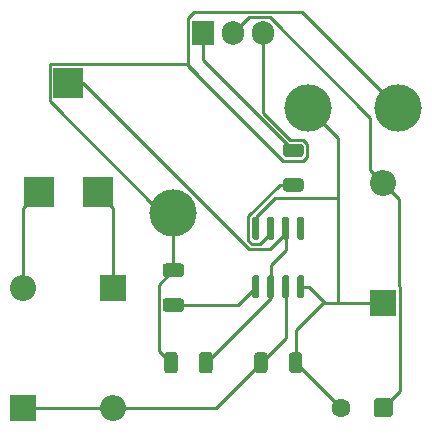
<source format=gbr>
%TF.GenerationSoftware,KiCad,Pcbnew,(5.1.9)-1*%
%TF.CreationDate,2021-03-24T11:57:42+05:30*%
%TF.ProjectId,dcmo,64636d6f-2e6b-4696-9361-645f70636258,rev?*%
%TF.SameCoordinates,Original*%
%TF.FileFunction,Copper,L1,Top*%
%TF.FilePolarity,Positive*%
%FSLAX46Y46*%
G04 Gerber Fmt 4.6, Leading zero omitted, Abs format (unit mm)*
G04 Created by KiCad (PCBNEW (5.1.9)-1) date 2021-03-24 11:57:42*
%MOMM*%
%LPD*%
G01*
G04 APERTURE LIST*
%TA.AperFunction,SMDPad,CuDef*%
%ADD10C,4.000000*%
%TD*%
%TA.AperFunction,SMDPad,CuDef*%
%ADD11R,2.500000X2.500000*%
%TD*%
%TA.AperFunction,ComponentPad*%
%ADD12O,1.905000X2.000000*%
%TD*%
%TA.AperFunction,ComponentPad*%
%ADD13R,1.905000X2.000000*%
%TD*%
%TA.AperFunction,ComponentPad*%
%ADD14C,1.600000*%
%TD*%
%TA.AperFunction,ComponentPad*%
%ADD15O,2.200000X2.200000*%
%TD*%
%TA.AperFunction,ComponentPad*%
%ADD16R,2.200000X2.200000*%
%TD*%
%TA.AperFunction,Conductor*%
%ADD17C,0.250000*%
%TD*%
G04 APERTURE END LIST*
%TO.P,U1,1*%
%TO.N,Net-(U1-Pad1)*%
%TA.AperFunction,SMDPad,CuDef*%
G36*
G01*
X143995000Y-95610000D02*
X144295000Y-95610000D01*
G75*
G02*
X144445000Y-95760000I0J-150000D01*
G01*
X144445000Y-97410000D01*
G75*
G02*
X144295000Y-97560000I-150000J0D01*
G01*
X143995000Y-97560000D01*
G75*
G02*
X143845000Y-97410000I0J150000D01*
G01*
X143845000Y-95760000D01*
G75*
G02*
X143995000Y-95610000I150000J0D01*
G01*
G37*
%TD.AperFunction*%
%TO.P,U1,2*%
%TO.N,/TRTHR*%
%TA.AperFunction,SMDPad,CuDef*%
G36*
G01*
X142725000Y-95610000D02*
X143025000Y-95610000D01*
G75*
G02*
X143175000Y-95760000I0J-150000D01*
G01*
X143175000Y-97410000D01*
G75*
G02*
X143025000Y-97560000I-150000J0D01*
G01*
X142725000Y-97560000D01*
G75*
G02*
X142575000Y-97410000I0J150000D01*
G01*
X142575000Y-95760000D01*
G75*
G02*
X142725000Y-95610000I150000J0D01*
G01*
G37*
%TD.AperFunction*%
%TO.P,U1,3*%
%TO.N,Net-(R2-Pad2)*%
%TA.AperFunction,SMDPad,CuDef*%
G36*
G01*
X141455000Y-95610000D02*
X141755000Y-95610000D01*
G75*
G02*
X141905000Y-95760000I0J-150000D01*
G01*
X141905000Y-97410000D01*
G75*
G02*
X141755000Y-97560000I-150000J0D01*
G01*
X141455000Y-97560000D01*
G75*
G02*
X141305000Y-97410000I0J150000D01*
G01*
X141305000Y-95760000D01*
G75*
G02*
X141455000Y-95610000I150000J0D01*
G01*
G37*
%TD.AperFunction*%
%TO.P,U1,4*%
%TO.N,/R*%
%TA.AperFunction,SMDPad,CuDef*%
G36*
G01*
X140185000Y-95610000D02*
X140485000Y-95610000D01*
G75*
G02*
X140635000Y-95760000I0J-150000D01*
G01*
X140635000Y-97410000D01*
G75*
G02*
X140485000Y-97560000I-150000J0D01*
G01*
X140185000Y-97560000D01*
G75*
G02*
X140035000Y-97410000I0J150000D01*
G01*
X140035000Y-95760000D01*
G75*
G02*
X140185000Y-95610000I150000J0D01*
G01*
G37*
%TD.AperFunction*%
%TO.P,U1,5*%
%TO.N,Net-(C2-Pad1)*%
%TA.AperFunction,SMDPad,CuDef*%
G36*
G01*
X140185000Y-100560000D02*
X140485000Y-100560000D01*
G75*
G02*
X140635000Y-100710000I0J-150000D01*
G01*
X140635000Y-102360000D01*
G75*
G02*
X140485000Y-102510000I-150000J0D01*
G01*
X140185000Y-102510000D01*
G75*
G02*
X140035000Y-102360000I0J150000D01*
G01*
X140035000Y-100710000D01*
G75*
G02*
X140185000Y-100560000I150000J0D01*
G01*
G37*
%TD.AperFunction*%
%TO.P,U1,6*%
%TO.N,/TRTHR*%
%TA.AperFunction,SMDPad,CuDef*%
G36*
G01*
X141455000Y-100560000D02*
X141755000Y-100560000D01*
G75*
G02*
X141905000Y-100710000I0J-150000D01*
G01*
X141905000Y-102360000D01*
G75*
G02*
X141755000Y-102510000I-150000J0D01*
G01*
X141455000Y-102510000D01*
G75*
G02*
X141305000Y-102360000I0J150000D01*
G01*
X141305000Y-100710000D01*
G75*
G02*
X141455000Y-100560000I150000J0D01*
G01*
G37*
%TD.AperFunction*%
%TO.P,U1,7*%
%TO.N,/DIS*%
%TA.AperFunction,SMDPad,CuDef*%
G36*
G01*
X142725000Y-100560000D02*
X143025000Y-100560000D01*
G75*
G02*
X143175000Y-100710000I0J-150000D01*
G01*
X143175000Y-102360000D01*
G75*
G02*
X143025000Y-102510000I-150000J0D01*
G01*
X142725000Y-102510000D01*
G75*
G02*
X142575000Y-102360000I0J150000D01*
G01*
X142575000Y-100710000D01*
G75*
G02*
X142725000Y-100560000I150000J0D01*
G01*
G37*
%TD.AperFunction*%
%TO.P,U1,8*%
%TO.N,/R*%
%TA.AperFunction,SMDPad,CuDef*%
G36*
G01*
X143995000Y-100560000D02*
X144295000Y-100560000D01*
G75*
G02*
X144445000Y-100710000I0J-150000D01*
G01*
X144445000Y-102360000D01*
G75*
G02*
X144295000Y-102510000I-150000J0D01*
G01*
X143995000Y-102510000D01*
G75*
G02*
X143845000Y-102360000I0J150000D01*
G01*
X143845000Y-100710000D01*
G75*
G02*
X143995000Y-100560000I150000J0D01*
G01*
G37*
%TD.AperFunction*%
%TD*%
D10*
%TO.P,TP1,1*%
%TO.N,/R*%
X144780000Y-86360000D03*
%TD*%
D11*
%TO.P,RV1,1*%
%TO.N,Net-(D2-Pad1)*%
X126960000Y-93525000D03*
%TO.P,RV1,2*%
%TO.N,/TRTHR*%
X124460000Y-84275000D03*
%TO.P,RV1,3*%
%TO.N,Net-(D1-Pad2)*%
X121960000Y-93525000D03*
%TD*%
%TO.P,R2,2*%
%TO.N,Net-(R2-Pad2)*%
%TA.AperFunction,SMDPad,CuDef*%
G36*
G01*
X142884999Y-92340000D02*
X144135001Y-92340000D01*
G75*
G02*
X144385000Y-92589999I0J-249999D01*
G01*
X144385000Y-93215001D01*
G75*
G02*
X144135001Y-93465000I-249999J0D01*
G01*
X142884999Y-93465000D01*
G75*
G02*
X142635000Y-93215001I0J249999D01*
G01*
X142635000Y-92589999D01*
G75*
G02*
X142884999Y-92340000I249999J0D01*
G01*
G37*
%TD.AperFunction*%
%TO.P,R2,1*%
%TO.N,Net-(Q1-Pad1)*%
%TA.AperFunction,SMDPad,CuDef*%
G36*
G01*
X142884999Y-89415000D02*
X144135001Y-89415000D01*
G75*
G02*
X144385000Y-89664999I0J-249999D01*
G01*
X144385000Y-90290001D01*
G75*
G02*
X144135001Y-90540000I-249999J0D01*
G01*
X142884999Y-90540000D01*
G75*
G02*
X142635000Y-90290001I0J249999D01*
G01*
X142635000Y-89664999D01*
G75*
G02*
X142884999Y-89415000I249999J0D01*
G01*
G37*
%TD.AperFunction*%
%TD*%
%TO.P,R1,2*%
%TO.N,/DIS*%
%TA.AperFunction,SMDPad,CuDef*%
G36*
G01*
X141340000Y-107324999D02*
X141340000Y-108575001D01*
G75*
G02*
X141090001Y-108825000I-249999J0D01*
G01*
X140464999Y-108825000D01*
G75*
G02*
X140215000Y-108575001I0J249999D01*
G01*
X140215000Y-107324999D01*
G75*
G02*
X140464999Y-107075000I249999J0D01*
G01*
X141090001Y-107075000D01*
G75*
G02*
X141340000Y-107324999I0J-249999D01*
G01*
G37*
%TD.AperFunction*%
%TO.P,R1,1*%
%TO.N,/R*%
%TA.AperFunction,SMDPad,CuDef*%
G36*
G01*
X144265000Y-107324999D02*
X144265000Y-108575001D01*
G75*
G02*
X144015001Y-108825000I-249999J0D01*
G01*
X143389999Y-108825000D01*
G75*
G02*
X143140000Y-108575001I0J249999D01*
G01*
X143140000Y-107324999D01*
G75*
G02*
X143389999Y-107075000I249999J0D01*
G01*
X144015001Y-107075000D01*
G75*
G02*
X144265000Y-107324999I0J-249999D01*
G01*
G37*
%TD.AperFunction*%
%TD*%
D12*
%TO.P,Q1,3*%
%TO.N,GNDREF*%
X140970000Y-80010000D03*
%TO.P,Q1,2*%
%TO.N,Net-(D3-Pad2)*%
X138430000Y-80010000D03*
D13*
%TO.P,Q1,1*%
%TO.N,Net-(Q1-Pad1)*%
X135890000Y-80010000D03*
%TD*%
D14*
%TO.P,J1,2*%
%TO.N,/R*%
X147530000Y-111760000D03*
%TO.P,J1,1*%
%TO.N,Net-(D3-Pad2)*%
%TA.AperFunction,ComponentPad*%
G36*
G01*
X151930000Y-111210000D02*
X151930000Y-112310000D01*
G75*
G02*
X151680000Y-112560000I-250000J0D01*
G01*
X150580000Y-112560000D01*
G75*
G02*
X150330000Y-112310000I0J250000D01*
G01*
X150330000Y-111210000D01*
G75*
G02*
X150580000Y-110960000I250000J0D01*
G01*
X151680000Y-110960000D01*
G75*
G02*
X151930000Y-111210000I0J-250000D01*
G01*
G37*
%TD.AperFunction*%
%TD*%
D10*
%TO.P,GND2,1*%
%TO.N,GNDREF*%
X133350000Y-95250000D03*
%TD*%
%TO.P,GND1,1*%
%TO.N,GNDREF*%
X152400000Y-86360000D03*
%TD*%
D15*
%TO.P,D3,2*%
%TO.N,Net-(D3-Pad2)*%
X151130000Y-92710000D03*
D16*
%TO.P,D3,1*%
%TO.N,/R*%
X151130000Y-102870000D03*
%TD*%
D15*
%TO.P,D2,2*%
%TO.N,/DIS*%
X128270000Y-111760000D03*
D16*
%TO.P,D2,1*%
%TO.N,Net-(D2-Pad1)*%
X128270000Y-101600000D03*
%TD*%
D15*
%TO.P,D1,2*%
%TO.N,Net-(D1-Pad2)*%
X120650000Y-101600000D03*
D16*
%TO.P,D1,1*%
%TO.N,/DIS*%
X120650000Y-111760000D03*
%TD*%
%TO.P,C2,2*%
%TO.N,GNDREF*%
%TA.AperFunction,SMDPad,CuDef*%
G36*
G01*
X134000001Y-100700000D02*
X132699999Y-100700000D01*
G75*
G02*
X132450000Y-100450001I0J249999D01*
G01*
X132450000Y-99799999D01*
G75*
G02*
X132699999Y-99550000I249999J0D01*
G01*
X134000001Y-99550000D01*
G75*
G02*
X134250000Y-99799999I0J-249999D01*
G01*
X134250000Y-100450001D01*
G75*
G02*
X134000001Y-100700000I-249999J0D01*
G01*
G37*
%TD.AperFunction*%
%TO.P,C2,1*%
%TO.N,Net-(C2-Pad1)*%
%TA.AperFunction,SMDPad,CuDef*%
G36*
G01*
X134000001Y-103650000D02*
X132699999Y-103650000D01*
G75*
G02*
X132450000Y-103400001I0J249999D01*
G01*
X132450000Y-102749999D01*
G75*
G02*
X132699999Y-102500000I249999J0D01*
G01*
X134000001Y-102500000D01*
G75*
G02*
X134250000Y-102749999I0J-249999D01*
G01*
X134250000Y-103400001D01*
G75*
G02*
X134000001Y-103650000I-249999J0D01*
G01*
G37*
%TD.AperFunction*%
%TD*%
%TO.P,C1,2*%
%TO.N,GNDREF*%
%TA.AperFunction,SMDPad,CuDef*%
G36*
G01*
X133720000Y-107299999D02*
X133720000Y-108600001D01*
G75*
G02*
X133470001Y-108850000I-249999J0D01*
G01*
X132819999Y-108850000D01*
G75*
G02*
X132570000Y-108600001I0J249999D01*
G01*
X132570000Y-107299999D01*
G75*
G02*
X132819999Y-107050000I249999J0D01*
G01*
X133470001Y-107050000D01*
G75*
G02*
X133720000Y-107299999I0J-249999D01*
G01*
G37*
%TD.AperFunction*%
%TO.P,C1,1*%
%TO.N,/TRTHR*%
%TA.AperFunction,SMDPad,CuDef*%
G36*
G01*
X136670000Y-107299999D02*
X136670000Y-108600001D01*
G75*
G02*
X136420001Y-108850000I-249999J0D01*
G01*
X135769999Y-108850000D01*
G75*
G02*
X135520000Y-108600001I0J249999D01*
G01*
X135520000Y-107299999D01*
G75*
G02*
X135769999Y-107050000I249999J0D01*
G01*
X136420001Y-107050000D01*
G75*
G02*
X136670000Y-107299999I0J-249999D01*
G01*
G37*
%TD.AperFunction*%
%TD*%
D17*
%TO.N,GNDREF*%
X132124990Y-101350010D02*
X133350000Y-100125000D01*
X132124990Y-106929990D02*
X132124990Y-101350010D01*
X133145000Y-107950000D02*
X132124990Y-106929990D01*
X133350000Y-100125000D02*
X133350000Y-95250000D01*
X122949999Y-82699999D02*
X134481809Y-82699999D01*
X122884999Y-82764999D02*
X122949999Y-82699999D01*
X122884999Y-85785001D02*
X122884999Y-82764999D01*
X132349998Y-95250000D02*
X122884999Y-85785001D01*
X134481809Y-82699999D02*
X142646820Y-90865010D01*
X133350000Y-95250000D02*
X132349998Y-95250000D01*
X140970000Y-86801090D02*
X140970000Y-80010000D01*
X143258900Y-89089990D02*
X140970000Y-86801090D01*
X144710010Y-90528180D02*
X144710010Y-89426820D01*
X144373180Y-90865010D02*
X144710010Y-90528180D01*
X142646820Y-90865010D02*
X144373180Y-90865010D01*
X144710010Y-89426820D02*
X144373180Y-89089990D01*
X134612499Y-82830689D02*
X142646820Y-90865010D01*
X134612499Y-78749999D02*
X134612499Y-82830689D01*
X144373180Y-89089990D02*
X143258900Y-89089990D01*
X135127518Y-78234980D02*
X134612499Y-78749999D01*
X144274980Y-78234980D02*
X135127518Y-78234980D01*
X152400000Y-86360000D02*
X144274980Y-78234980D01*
%TO.N,/TRTHR*%
X141605000Y-101535000D02*
X141605000Y-99695000D01*
X142875000Y-98425000D02*
X142875000Y-96585000D01*
X141605000Y-99695000D02*
X142875000Y-98425000D01*
X125741822Y-84275000D02*
X124460000Y-84275000D01*
X139801841Y-98335019D02*
X125741822Y-84275000D01*
X141501749Y-98335019D02*
X139801841Y-98335019D01*
X142875000Y-96961768D02*
X141501749Y-98335019D01*
X142875000Y-96585000D02*
X142875000Y-96961768D01*
X141605000Y-102440000D02*
X141605000Y-101535000D01*
X136095000Y-107950000D02*
X141605000Y-102440000D01*
%TO.N,Net-(C2-Pad1)*%
X138795000Y-103075000D02*
X140335000Y-101535000D01*
X133350000Y-103075000D02*
X138795000Y-103075000D01*
%TO.N,Net-(D1-Pad2)*%
X120650000Y-94835000D02*
X121960000Y-93525000D01*
X120650000Y-101600000D02*
X120650000Y-94835000D01*
%TO.N,/DIS*%
X142875000Y-105852500D02*
X142875000Y-101535000D01*
X140777500Y-107950000D02*
X142875000Y-105852500D01*
X136967500Y-111760000D02*
X140777500Y-107950000D01*
X128270000Y-111760000D02*
X136967500Y-111760000D01*
X120650000Y-111760000D02*
X128270000Y-111760000D01*
%TO.N,Net-(D2-Pad1)*%
X128270000Y-94835000D02*
X126960000Y-93525000D01*
X128270000Y-101600000D02*
X128270000Y-94835000D01*
%TO.N,Net-(D3-Pad2)*%
X152555001Y-101509999D02*
X152490001Y-101444999D01*
X152555001Y-110334999D02*
X152555001Y-101509999D01*
X151130000Y-111760000D02*
X152555001Y-110334999D01*
X152490001Y-94070001D02*
X151130000Y-92710000D01*
X152490001Y-101444999D02*
X152490001Y-94070001D01*
X139755010Y-78684990D02*
X138430000Y-80010000D01*
X141499161Y-78684990D02*
X139755010Y-78684990D01*
X150030001Y-87215830D02*
X141499161Y-78684990D01*
X150030001Y-91610001D02*
X150030001Y-87215830D01*
X151130000Y-92710000D02*
X150030001Y-91610001D01*
%TO.N,Net-(Q1-Pad1)*%
X135890000Y-82357500D02*
X135890000Y-80010000D01*
X143510000Y-89977500D02*
X135890000Y-82357500D01*
%TO.N,/R*%
X144145000Y-101535000D02*
X144845000Y-101535000D01*
X144845000Y-101535000D02*
X146180000Y-102870000D01*
X146180000Y-102870000D02*
X147320000Y-102870000D01*
X147320000Y-102870000D02*
X151130000Y-102870000D01*
X140335000Y-95610000D02*
X140335000Y-96585000D01*
X141965000Y-93980000D02*
X140335000Y-95610000D01*
X147320000Y-93980000D02*
X141965000Y-93980000D01*
X147320000Y-102870000D02*
X147320000Y-93980000D01*
X143702500Y-107950000D02*
X143702500Y-105217500D01*
X146050000Y-102870000D02*
X146180000Y-102870000D01*
X143702500Y-105217500D02*
X146050000Y-102870000D01*
X147512500Y-111760000D02*
X147530000Y-111760000D01*
X143702500Y-107950000D02*
X147512500Y-111760000D01*
X147320000Y-88900000D02*
X144780000Y-86360000D01*
X147320000Y-93980000D02*
X147320000Y-88900000D01*
%TO.N,Net-(R2-Pad2)*%
X142370732Y-92902500D02*
X143510000Y-92902500D01*
X139709990Y-95563242D02*
X142370732Y-92902500D01*
X139709990Y-97606758D02*
X139709990Y-95563242D01*
X139988242Y-97885010D02*
X139709990Y-97606758D01*
X141605000Y-96961768D02*
X140681758Y-97885010D01*
X140681758Y-97885010D02*
X139988242Y-97885010D01*
X141605000Y-96585000D02*
X141605000Y-96961768D01*
%TD*%
M02*

</source>
